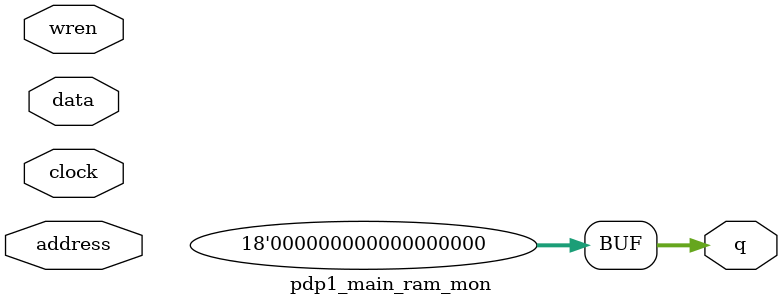
<source format=v>
module pdp1_main_ram_mon(	// file.cleaned.mlir:2:3
  input  [11:0] address,	// file.cleaned.mlir:2:35
  input         clock,	// file.cleaned.mlir:2:54
  input  [17:0] data,	// file.cleaned.mlir:2:70
  input         wren,	// file.cleaned.mlir:2:86
  output [17:0] q	// file.cleaned.mlir:2:102
);

  assign q = 18'h0;	// file.cleaned.mlir:3:15, :4:5
endmodule


</source>
